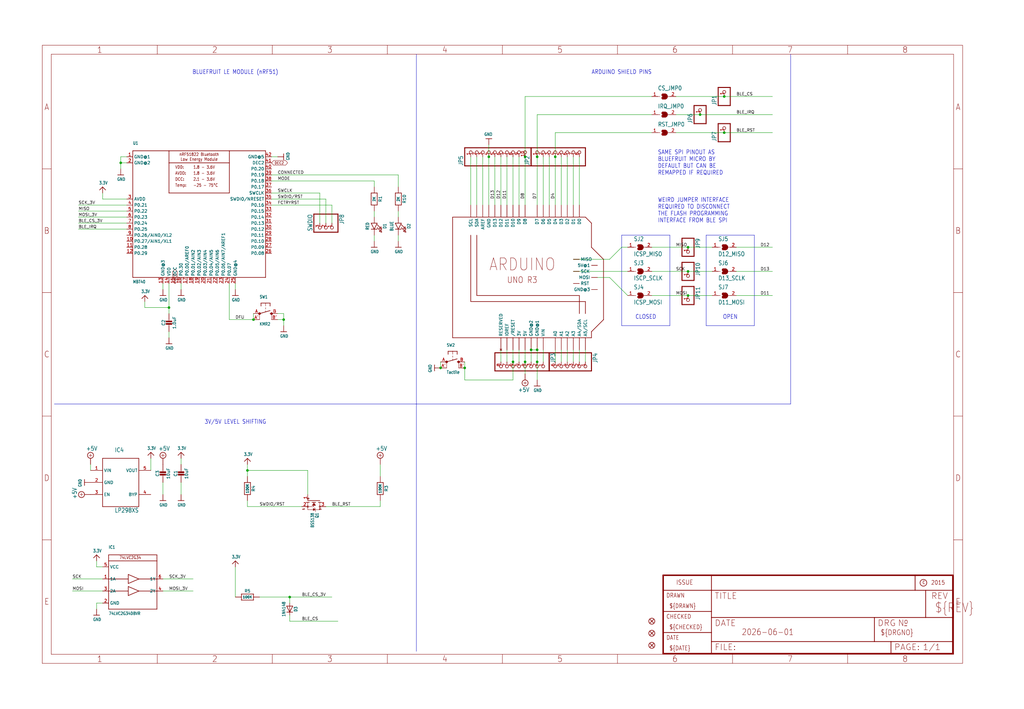
<source format=kicad_sch>
(kicad_sch (version 20230121) (generator eeschema)
  (paper "User" 430.962 298.602)
  (lib_symbols
    (symbol "working-eagle-import:+5V" (power)
      (property "Value" "+5V" (at -1.905 3.175 0))
      (symbol "+5V_1_0"
        (pin power_in line (at 0 -2.54 90) (length 2.54) (name "+5V") (number "1"))
      )
    )
    (symbol "working-eagle-import:3.3V" (power)
      (property "Value" "3.3V" (at -1.524 1.016 0))
      (symbol "3.3V_1_0"
        (pin power_in line (at 0 -2.54 90) (length 2.54) (name "3.3V") (number "1"))
      )
    )
    (symbol "working-eagle-import:74LVC2G34DBVR"
      (property "Reference" "IC" (at -7.62 15.24 0))
      (symbol "74LVC2G34DBVR_1_0"
        (text "74LVC2G34" (at -3.175 10.795 0) (effects (font (size 1.27 1.0795)) (justify left bottom)))
        (pin input line (at -10.16 2.54 0) (length 2.54) (name "1A") (number "1"))
        (pin power_in line (at -10.16 -7.62 0) (length 2.54) (name "GND") (number "2"))
        (pin input line (at -10.16 -2.54 0) (length 2.54) (name "2A") (number "3"))
        (pin output line (at 15.24 -2.54 180) (length 2.54) (name "2Y") (number "4"))
        (pin power_in line (at -10.16 7.62 0) (length 2.54) (name "VCC") (number "5"))
        (pin output line (at 15.24 2.54 180) (length 2.54) (name "1Y") (number "6"))
      )
    )
    (symbol "working-eagle-import:ARDUINO_R3_ICSP_NODIM"
      (symbol "ARDUINO_R3_ICSP_NODIM_1_0"
        (text "ARDUINO" (at 15.24 27.94 0) (effects (font (size 5.08 4.318)) (justify left bottom)))
        (text "UNO R3" (at 22.86 22.86 0) (effects (font (size 2.54 2.159)) (justify left bottom)))
        (pin power_in line (at 27.94 -5.08 90) (length 5.08) (name "3V") (number "3V"))
        (pin power_in line (at 30.48 -5.08 90) (length 5.08) (name "5V") (number "5V"))
        (pin passive line (at 60.96 30.48 180) (length 2.54) (name "5V@1") (number "5V_ICSP"))
        (pin bidirectional line (at 43.18 -5.08 90) (length 5.08) (name "A0") (number "A0"))
        (pin bidirectional line (at 45.72 -5.08 90) (length 5.08) (name "A1") (number "A1"))
        (pin bidirectional line (at 48.26 -5.08 90) (length 5.08) (name "A2") (number "A2"))
        (pin bidirectional line (at 50.8 -5.08 90) (length 5.08) (name "A3") (number "A3"))
        (pin bidirectional line (at 53.34 -5.08 90) (length 5.08) (name "A4/SDA") (number "A4"))
        (pin bidirectional line (at 55.88 -5.08 90) (length 5.08) (name "A5/SCL") (number "A5"))
        (pin bidirectional line (at 12.7 55.88 270) (length 5.08) (name "AREF") (number "AREF"))
        (pin bidirectional line (at 53.34 55.88 270) (length 5.08) (name "D0") (number "D0"))
        (pin bidirectional line (at 50.8 55.88 270) (length 5.08) (name "D1") (number "D1"))
        (pin bidirectional line (at 25.4 55.88 270) (length 5.08) (name "D10") (number "D10"))
        (pin bidirectional line (at 22.86 55.88 270) (length 5.08) (name "D11") (number "D11"))
        (pin bidirectional line (at 20.32 55.88 270) (length 5.08) (name "D12") (number "D12"))
        (pin bidirectional line (at 17.78 55.88 270) (length 5.08) (name "D13") (number "D13"))
        (pin bidirectional line (at 48.26 55.88 270) (length 5.08) (name "D2") (number "D2"))
        (pin bidirectional line (at 45.72 55.88 270) (length 5.08) (name "D3") (number "D3"))
        (pin bidirectional line (at 43.18 55.88 270) (length 5.08) (name "D4") (number "D4"))
        (pin bidirectional line (at 40.64 55.88 270) (length 5.08) (name "D5") (number "D5"))
        (pin bidirectional line (at 38.1 55.88 270) (length 5.08) (name "D6") (number "D6"))
        (pin bidirectional line (at 35.56 55.88 270) (length 5.08) (name "D7") (number "D7"))
        (pin bidirectional line (at 30.48 55.88 270) (length 5.08) (name "D8") (number "D8"))
        (pin bidirectional line (at 27.94 55.88 270) (length 5.08) (name "D9") (number "D9"))
        (pin power_in line (at 15.24 55.88 270) (length 5.08) (name "GND") (number "GND"))
        (pin power_in line (at 33.02 -5.08 90) (length 5.08) (name "GND@2") (number "GND@1"))
        (pin passive line (at 60.96 20.32 180) (length 2.54) (name "GND@3") (number "GND@2"))
        (pin power_in line (at 35.56 -5.08 90) (length 5.08) (name "GND@1") (number "GND@3"))
        (pin output line (at 22.86 -5.08 90) (length 5.08) (name "IOREF") (number "IOREF"))
        (pin passive line (at 50.8 33.02 0) (length 2.54) (name "MISO") (number "MISO"))
        (pin passive line (at 60.96 25.4 180) (length 2.54) (name "MOSI") (number "MOSI"))
        (pin no_connect line (at 20.32 -5.08 90) (length 5.08) (name "RESERVED") (number "RESERVED"))
        (pin bidirectional line (at 25.4 -5.08 90) (length 5.08) (name "/RESET") (number "RESET"))
        (pin passive line (at 50.8 22.86 0) (length 2.54) (name "RST") (number "RESET_ICSP"))
        (pin passive line (at 50.8 27.94 0) (length 2.54) (name "SCK") (number "SCK"))
        (pin bidirectional line (at 7.62 55.88 270) (length 5.08) (name "SCL") (number "SCL"))
        (pin bidirectional line (at 10.16 55.88 270) (length 5.08) (name "SDA") (number "SDA"))
        (pin power_in line (at 38.1 -5.08 90) (length 5.08) (name "VIN") (number "VIN"))
      )
    )
    (symbol "working-eagle-import:CAP_CERAMIC0805-NOOUTLINE"
      (property "Reference" "C" (at -2.29 1.25 90))
      (symbol "CAP_CERAMIC0805-NOOUTLINE_1_0"
        (pin passive line (at 0 5.08 270) (length 2.54) (name "1") (number "1"))
        (pin passive line (at 0 -2.54 90) (length 2.54) (name "2") (number "2"))
      )
    )
    (symbol "working-eagle-import:DIODESOD-323"
      (property "Reference" "D" (at 0 2.54 0))
      (symbol "DIODESOD-323_1_0"
        (pin passive line (at -2.54 0 0) (length 2.54) (name "A") (number "A"))
        (pin passive line (at 2.54 0 180) (length 2.54) (name "C") (number "C"))
      )
    )
    (symbol "working-eagle-import:FIDUCIAL{dblquote}{dblquote}")
    (symbol "working-eagle-import:FRAME_A3"
      (symbol "FRAME_A3_1_0"
        (text "1" (at 24.2094 1.905 0) (effects (font (size 2.54 2.286))))
        (text "1" (at 24.2094 258.445 0) (effects (font (size 2.54 2.286))))
        (text "2" (at 72.6281 1.905 0) (effects (font (size 2.54 2.286))))
        (text "2" (at 72.6281 258.445 0) (effects (font (size 2.54 2.286))))
        (text "3" (at 121.0469 1.905 0) (effects (font (size 2.54 2.286))))
        (text "3" (at 121.0469 258.445 0) (effects (font (size 2.54 2.286))))
        (text "4" (at 169.4656 1.905 0) (effects (font (size 2.54 2.286))))
        (text "4" (at 169.4656 258.445 0) (effects (font (size 2.54 2.286))))
        (text "5" (at 217.8844 1.905 0) (effects (font (size 2.54 2.286))))
        (text "5" (at 217.8844 258.445 0) (effects (font (size 2.54 2.286))))
        (text "6" (at 266.3031 1.905 0) (effects (font (size 2.54 2.286))))
        (text "6" (at 266.3031 258.445 0) (effects (font (size 2.54 2.286))))
        (text "7" (at 314.7219 1.905 0) (effects (font (size 2.54 2.286))))
        (text "7" (at 314.7219 258.445 0) (effects (font (size 2.54 2.286))))
        (text "8" (at 363.1406 1.905 0) (effects (font (size 2.54 2.286))))
        (text "8" (at 363.1406 258.445 0) (effects (font (size 2.54 2.286))))
        (text "A" (at 1.905 234.315 0) (effects (font (size 2.54 2.286))))
        (text "A" (at 385.445 234.315 0) (effects (font (size 2.54 2.286))))
        (text "B" (at 1.905 182.245 0) (effects (font (size 2.54 2.286))))
        (text "B" (at 385.445 182.245 0) (effects (font (size 2.54 2.286))))
        (text "C" (at 1.905 130.175 0) (effects (font (size 2.54 2.286))))
        (text "C" (at 385.445 130.175 0) (effects (font (size 2.54 2.286))))
        (text "D" (at 1.905 78.105 0) (effects (font (size 2.54 2.286))))
        (text "D" (at 385.445 78.105 0) (effects (font (size 2.54 2.286))))
        (text "E" (at 1.905 26.035 0) (effects (font (size 2.54 2.286))))
        (text "E" (at 385.445 26.035 0) (effects (font (size 2.54 2.286))))
      )
      (symbol "FRAME_A3_2_0"
        (text "PART OR WHOLE IS STRICTLY PROHIBITED WITHOUT WRITTEN PERMISSION!" (at 3.81 -5.08 0) (effects (font (size 1.27 1.0795)) (justify left bottom)))
        (text "PROPRIETARY" (at 3.81 -10.16 0) (effects (font (size 2.54 2.159) (thickness 0.4318) bold) (justify left bottom)))
        (text "THIS DRAWING CONTAINS CONFIDENTIAL INFORMATION. ANY REPRODUCTION IN" (at 3.81 -2.794 0) (effects (font (size 1.27 1.0795)) (justify left bottom)))
      )
      (symbol "FRAME_A3_3_0"
        (text "${#}/${##}" (at 108.9152 2.8448 0) (effects (font (size 2.54 2.54)) (justify left bottom)))
        (text "${CHECKED}" (at 2.2352 11.7348 0) (effects (font (size 1.778 1.5113)) (justify left bottom)))
        (text "${COMPANY}" (at 23.349 29.6735 0) (effects (font (size 3.175 2.6987) (thickness 0.5397) bold) (justify left bottom)))
        (text "${CURRENT_DATE}" (at 32.7152 9.1948 0) (effects (font (size 2.54 2.159)) (justify left bottom)))
        (text "${DATE}" (at 2.2352 2.8448 0) (effects (font (size 1.778 1.5113)) (justify left bottom)))
        (text "${DRAWN}" (at 2.2352 20.6248 0) (effects (font (size 1.778 1.5113)) (justify left bottom)))
        (text "${DRGNO}" (at 91.1352 9.1948 0) (effects (font (size 2.1844 1.8567)) (justify left bottom)))
        (text "${PROJECTNAME}" (at 33.0327 2.8448 0) (effects (font (size 2.54 2.159)) (justify left bottom)))
        (text "${REV}" (at 113.9952 18.7198 0) (effects (font (size 3.81 3.2385)) (justify left bottom)))
        (text "2015" (at 112.4077 30.4673 0) (effects (font (size 1.778 1.5113)) (justify left bottom)))
        (text "C" (at 108.7564 30.7848 0) (effects (font (size 1.27 1.0795)) (justify left bottom)))
        (text "CHECKED" (at 0.9652 16.1798 0) (effects (font (size 1.778 1.5113)) (justify left bottom)))
        (text "DATE" (at 0.9652 7.2898 0) (effects (font (size 1.778 1.5113)) (justify left bottom)))
        (text "DATE" (at 21.2852 13.0048 0) (effects (font (size 2.54 2.54)) (justify left bottom)))
        (text "DRAWN" (at 0.9652 25.0698 0) (effects (font (size 1.778 1.5113)) (justify left bottom)))
        (text "DRG" (at 89.8652 13.0048 0) (effects (font (size 2.54 2.54)) (justify left bottom)))
        (text "FILE:" (at 21.2852 2.8448 0) (effects (font (size 2.54 2.54)) (justify left bottom)))
        (text "ISSUE" (at 5.0927 30.4673 0) (effects (font (size 1.9304 1.6408)) (justify left bottom)))
        (text "N" (at 98.4377 13.0048 0) (effects (font (size 2.54 2.54)) (justify left bottom)))
        (text "o" (at 100.9777 13.9573 0) (effects (font (size 2.1844 1.8567)) (justify left bottom)))
        (text "PAGE:" (at 96.8502 2.8448 0) (effects (font (size 2.54 2.54)) (justify left bottom)))
        (text "REV" (at 112.4077 24.4348 0) (effects (font (size 2.54 2.54)) (justify left bottom)))
        (text "TITLE" (at 21.2852 24.4348 0) (effects (font (size 2.54 2.54)) (justify left bottom)))
      )
    )
    (symbol "working-eagle-import:GND" (power)
      (property "Value" "GND" (at -1.524 -2.54 0))
      (symbol "GND_1_0"
        (pin power_in line (at 0 2.54 270) (length 2.54) (name "GND") (number "1"))
      )
    )
    (symbol "working-eagle-import:HEADER-1X1070MIL"
      (property "Reference" "JP" (at -6.35 13.335 0))
      (symbol "HEADER-1X1070MIL_1_0"
        (pin passive inverted (at -2.54 10.16 0) (length 2.54) (name "1") (number "1"))
        (pin passive inverted (at -2.54 -12.7 0) (length 2.54) (name "10") (number "10"))
        (pin passive inverted (at -2.54 7.62 0) (length 2.54) (name "2") (number "2"))
        (pin passive inverted (at -2.54 5.08 0) (length 2.54) (name "3") (number "3"))
        (pin passive inverted (at -2.54 2.54 0) (length 2.54) (name "4") (number "4"))
        (pin passive inverted (at -2.54 0 0) (length 2.54) (name "5") (number "5"))
        (pin passive inverted (at -2.54 -2.54 0) (length 2.54) (name "6") (number "6"))
        (pin passive inverted (at -2.54 -5.08 0) (length 2.54) (name "7") (number "7"))
        (pin passive inverted (at -2.54 -7.62 0) (length 2.54) (name "8") (number "8"))
        (pin passive inverted (at -2.54 -10.16 0) (length 2.54) (name "9") (number "9"))
      )
    )
    (symbol "working-eagle-import:HEADER-1X1ROUND"
      (property "Reference" "JP" (at -6.35 3.175 0))
      (symbol "HEADER-1X1ROUND_1_0"
        (pin passive inverted (at -2.54 0 0) (length 2.54) (name "1") (number "1"))
      )
    )
    (symbol "working-eagle-import:HEADER-1X376MIL"
      (property "Reference" "JP" (at -6.35 5.715 0))
      (symbol "HEADER-1X376MIL_1_0"
        (pin passive inverted (at -2.54 2.54 0) (length 2.54) (name "1") (number "1"))
        (pin passive inverted (at -2.54 0 0) (length 2.54) (name "2") (number "2"))
        (pin passive inverted (at -2.54 -2.54 0) (length 2.54) (name "3") (number "3"))
      )
    )
    (symbol "working-eagle-import:HEADER-1X670MIL"
      (property "Reference" "JP" (at -6.35 10.795 0))
      (symbol "HEADER-1X670MIL_1_0"
        (pin passive inverted (at -2.54 7.62 0) (length 2.54) (name "1") (number "1"))
        (pin passive inverted (at -2.54 5.08 0) (length 2.54) (name "2") (number "2"))
        (pin passive inverted (at -2.54 2.54 0) (length 2.54) (name "3") (number "3"))
        (pin passive inverted (at -2.54 0 0) (length 2.54) (name "4") (number "4"))
        (pin passive inverted (at -2.54 -2.54 0) (length 2.54) (name "5") (number "5"))
        (pin passive inverted (at -2.54 -5.08 0) (length 2.54) (name "6") (number "6"))
      )
    )
    (symbol "working-eagle-import:HEADER-1X870MIL"
      (property "Reference" "JP" (at -6.35 13.335 0))
      (symbol "HEADER-1X870MIL_1_0"
        (pin passive inverted (at -2.54 10.16 0) (length 2.54) (name "1") (number "1"))
        (pin passive inverted (at -2.54 7.62 0) (length 2.54) (name "2") (number "2"))
        (pin passive inverted (at -2.54 5.08 0) (length 2.54) (name "3") (number "3"))
        (pin passive inverted (at -2.54 2.54 0) (length 2.54) (name "4") (number "4"))
        (pin passive inverted (at -2.54 0 0) (length 2.54) (name "5") (number "5"))
        (pin passive inverted (at -2.54 -2.54 0) (length 2.54) (name "6") (number "6"))
        (pin passive inverted (at -2.54 -5.08 0) (length 2.54) (name "7") (number "7"))
        (pin passive inverted (at -2.54 -7.62 0) (length 2.54) (name "8") (number "8"))
      )
    )
    (symbol "working-eagle-import:LED0805_NOOUTLINE"
      (property "Reference" "D" (at -1.27 4.445 0))
      (symbol "LED0805_NOOUTLINE_1_0"
        (pin passive line (at -5.08 0 0) (length 2.54) (name "A") (number "A"))
        (pin passive line (at 2.54 0 180) (length 2.54) (name "C") (number "C"))
      )
    )
    (symbol "working-eagle-import:LP298XS"
      (property "Reference" "IC" (at -12.7 -5.08 90))
      (symbol "LP298XS_1_0"
        (pin bidirectional line (at -5.08 -15.24 90) (length 5.08) (name "VIN") (number "1"))
        (pin bidirectional line (at 0 -15.24 90) (length 5.08) (name "GND") (number "2"))
        (pin bidirectional line (at 5.08 -15.24 90) (length 5.08) (name "EN") (number "3"))
        (pin bidirectional line (at 5.08 10.16 270) (length 5.08) (name "BYP") (number "4"))
        (pin bidirectional line (at -5.08 10.16 270) (length 5.08) (name "VOUT") (number "5"))
      )
    )
    (symbol "working-eagle-import:MOSFET-NWIDE"
      (property "Reference" "Q" (at 5.08 0.635 0))
      (symbol "MOSFET-NWIDE_1_0"
        (text "D" (at 3.175 3.175 0) (effects (font (size 0.8128 0.6908)) (justify left bottom)))
        (text "G" (at -1.27 -1.905 0) (effects (font (size 0.8128 0.6908)) (justify left bottom)))
        (text "S" (at 3.175 -3.81 0) (effects (font (size 0.8128 0.6908)) (justify left bottom)))
        (pin bidirectional line (at -2.54 -2.54 0) (length 2.54) (name "G") (number "1"))
        (pin bidirectional line (at 2.54 -5.08 90) (length 2.54) (name "S") (number "2"))
        (pin bidirectional line (at 2.54 5.08 270) (length 2.54) (name "D") (number "3"))
      )
    )
    (symbol "working-eagle-import:NRF51822_MODULE_MDBT40"
      (property "Reference" "U" (at -27.94 27.94 0))
      (symbol "NRF51822_MODULE_MDBT40_1_0"
        (text "-25 - 75°C" (at -2.54 10.16 0) (effects (font (size 1.27 1.0795)) (justify left bottom)))
        (text "1.8 - 3.6V" (at -2.54 15.24 0) (effects (font (size 1.27 1.0795)) (justify left bottom)))
        (text "1.8 - 3.6V" (at -2.54 17.78 0) (effects (font (size 1.27 1.0795)) (justify left bottom)))
        (text "2.1 - 3.6V" (at -2.54 12.7 0) (effects (font (size 1.27 1.0795)) (justify left bottom)))
        (text "AVDD:" (at -10.16 15.24 0) (effects (font (size 1.27 1.0795)) (justify left bottom)))
        (text "DCC:" (at -10.16 12.7 0) (effects (font (size 1.27 1.0795)) (justify left bottom)))
        (text "nRF51822 Bluetooth\nLow Energy Module" (at 0 22.86 0) (effects (font (size 1.27 1.0795))))
        (text "Temp:" (at -10.16 10.16 0) (effects (font (size 1.27 1.0795)) (justify left bottom)))
        (text "VDD:" (at -10.16 17.78 0) (effects (font (size 1.27 1.0795)) (justify left bottom)))
        (pin power_in line (at -30.48 22.86 0) (length 2.54) (name "GND@1") (number "1"))
        (pin bidirectional line (at -30.48 -12.7 0) (length 2.54) (name "P0.27/AIN1/XL1") (number "10"))
        (pin bidirectional line (at -30.48 -15.24 0) (length 2.54) (name "P0.28") (number "11"))
        (pin bidirectional line (at -30.48 -17.78 0) (length 2.54) (name "P0.29") (number "12"))
        (pin power_in line (at -15.24 -30.48 90) (length 2.54) (name "GND@3") (number "13"))
        (pin power_in line (at -12.7 -30.48 90) (length 2.54) (name "VDD") (number "14"))
        (pin power_in line (at -10.16 -30.48 90) (length 2.54) (name "DCC") (number "15"))
        (pin bidirectional line (at -7.62 -30.48 90) (length 2.54) (name "P0.30") (number "16"))
        (pin bidirectional line (at -5.08 -30.48 90) (length 2.54) (name "P0.00/AREF0") (number "17"))
        (pin bidirectional line (at -2.54 -30.48 90) (length 2.54) (name "P0.01/AIN2") (number "18"))
        (pin bidirectional line (at 0 -30.48 90) (length 2.54) (name "P0.02/AIN3") (number "19"))
        (pin power_in line (at -30.48 20.32 0) (length 2.54) (name "GND@2") (number "2"))
        (pin bidirectional line (at 2.54 -30.48 90) (length 2.54) (name "P0.03/AIN4") (number "20"))
        (pin bidirectional line (at 5.08 -30.48 90) (length 2.54) (name "P0.04/AIN5") (number "21"))
        (pin bidirectional line (at 7.62 -30.48 90) (length 2.54) (name "P0.05/AIN6") (number "22"))
        (pin bidirectional line (at 10.16 -30.48 90) (length 2.54) (name "P0.06/AIN7/AREF1") (number "23"))
        (pin bidirectional line (at 12.7 -30.48 90) (length 2.54) (name "P0.07") (number "24"))
        (pin power_in line (at 15.24 -30.48 90) (length 2.54) (name "GND@4") (number "25"))
        (pin bidirectional line (at 30.48 -17.78 180) (length 2.54) (name "P0.08") (number "26"))
        (pin bidirectional line (at 30.48 -15.24 180) (length 2.54) (name "P0.09") (number "27"))
        (pin bidirectional line (at 30.48 -12.7 180) (length 2.54) (name "P0.10") (number "28"))
        (pin bidirectional line (at 30.48 -10.16 180) (length 2.54) (name "P0.11") (number "29"))
        (pin power_in line (at -30.48 5.08 0) (length 2.54) (name "AVDD") (number "3"))
        (pin bidirectional line (at 30.48 -7.62 180) (length 2.54) (name "P0.12") (number "30"))
        (pin bidirectional line (at 30.48 -5.08 180) (length 2.54) (name "P0.13") (number "31"))
        (pin bidirectional line (at 30.48 -2.54 180) (length 2.54) (name "P0.14") (number "32"))
        (pin bidirectional line (at 30.48 0 180) (length 2.54) (name "P0.15") (number "33"))
        (pin bidirectional line (at 30.48 2.54 180) (length 2.54) (name "P0.16") (number "34"))
        (pin bidirectional line (at 30.48 5.08 180) (length 2.54) (name "SWDIO/NRESET") (number "35"))
        (pin bidirectional line (at 30.48 7.62 180) (length 2.54) (name "SWCLK") (number "36"))
        (pin bidirectional line (at 30.48 10.16 180) (length 2.54) (name "P0.17") (number "37"))
        (pin bidirectional line (at 30.48 12.7 180) (length 2.54) (name "P0.18") (number "38"))
        (pin bidirectional line (at 30.48 15.24 180) (length 2.54) (name "P0.19") (number "39"))
        (pin bidirectional line (at -30.48 2.54 0) (length 2.54) (name "P0.21") (number "4"))
        (pin bidirectional line (at 30.48 17.78 180) (length 2.54) (name "P0.20") (number "40"))
        (pin power_in line (at 30.48 20.32 180) (length 2.54) (name "DEC2") (number "41"))
        (pin power_in line (at 30.48 22.86 180) (length 2.54) (name "GND@5") (number "42"))
        (pin bidirectional line (at -30.48 0 0) (length 2.54) (name "P0.22") (number "5"))
        (pin bidirectional line (at -30.48 -2.54 0) (length 2.54) (name "P0.23") (number "6"))
        (pin bidirectional line (at -30.48 -5.08 0) (length 2.54) (name "P0.24") (number "7"))
        (pin bidirectional line (at -30.48 -7.62 0) (length 2.54) (name "P0.25") (number "8"))
        (pin bidirectional line (at -30.48 -10.16 0) (length 2.54) (name "P0.26/AIN0/XL2") (number "9"))
      )
    )
    (symbol "working-eagle-import:RESISTOR0805_NOOUTLINE"
      (property "Reference" "R" (at 0 2.54 0))
      (symbol "RESISTOR0805_NOOUTLINE_1_0"
        (pin passive line (at -5.08 0 0) (length 2.54) (name "1") (number "1"))
        (pin passive line (at 5.08 0 180) (length 2.54) (name "2") (number "2"))
      )
    )
    (symbol "working-eagle-import:SOLDERJUMPERCLOSED"
      (property "Reference" "SJ" (at -2.54 2.54 0))
      (symbol "SOLDERJUMPERCLOSED_1_0"
        (pin passive line (at -5.08 0 0) (length 2.54) (name "1") (number "1"))
        (pin passive line (at 5.08 0 180) (length 2.54) (name "2") (number "2"))
      )
    )
    (symbol "working-eagle-import:SOLDERJUMPERREFLOW_NOPASTE"
      (property "Reference" "SJ" (at -2.54 2.54 0))
      (symbol "SOLDERJUMPERREFLOW_NOPASTE_1_0"
        (pin passive line (at -5.08 0 0) (length 2.54) (name "1") (number "1"))
        (pin passive line (at 5.08 0 180) (length 2.54) (name "2") (number "2"))
      )
    )
    (symbol "working-eagle-import:SWITCH_TACT_SMT"
      (property "Reference" "SW" (at -2.54 6.35 0))
      (symbol "SWITCH_TACT_SMT_1_0"
        (pin passive line (at -5.08 0 0) (length 2.54) (name "P") (number "A"))
        (pin passive line (at -5.08 -2.54 0) (length 2.54) (name "P1") (number "A'"))
        (pin passive line (at 5.08 0 180) (length 2.54) (name "S") (number "B"))
        (pin passive line (at 5.08 -2.54 180) (length 2.54) (name "S1") (number "B'"))
      )
    )
    (symbol "working-eagle-import:SWITCH_TACT_SMT4.6X2.8"
      (property "Reference" "SW" (at -2.54 6.35 0))
      (symbol "SWITCH_TACT_SMT4.6X2.8_1_0"
        (pin passive line (at -5.08 0 0) (length 2.54) (name "P") (number "A"))
        (pin passive line (at -5.08 -2.54 0) (length 2.54) (name "P1") (number "A'"))
        (pin passive line (at 5.08 0 180) (length 2.54) (name "S") (number "B"))
        (pin passive line (at 5.08 -2.54 180) (length 2.54) (name "S1") (number "B'"))
      )
    )
  )
  (junction (at 226.06 147.32))
  (junction (at 119.38 134.62))
  (junction (at 71.12 129.54))
  (junction (at 223.52 147.32))
  (junction (at 121.92 251.46))
  (junction (at 304.8 55.88))
  (junction (at 104.14 198.12))
  (junction (at 185.42 154.94))
  (junction (at 50.8 68.58))
  (junction (at 220.98 66.04))
  (junction (at 215.9 152.4))
  (junction (at 304.8 40.64))
  (junction (at 233.68 66.04))
  (junction (at 289.56 104.14))
  (junction (at 289.56 114.3))
  (junction (at 294.64 48.26))
  (junction (at 226.06 66.04))
  (junction (at 289.56 124.46))
  (junction (at 226.06 152.4))
  (junction (at 205.74 66.04))
  (junction (at 106.68 134.62))
  (junction (at 195.58 154.94))
  (junction (at 220.98 152.4))
  (wire (pts (xy 60.96 129.54) (xy 60.96 127)) (stroke (width 0.1524)))
  (polyline (pts (xy 332.74 170.18) (xy 332.74 22.86)) (stroke (width 0.1524) (type solid)))
  (wire (pts (xy 218.44 152.4) (xy 218.44 147.32)) (stroke (width 0.1524)))
  (wire (pts (xy 274.32 48.26) (xy 226.06 48.26)) (stroke (width 0.1524)))
  (wire (pts (xy 114.3 73.66) (xy 167.64 73.66)) (stroke (width 0.1524)))
  (wire (pts (xy 238.76 152.4) (xy 238.76 147.32)) (stroke (width 0.1524)))
  (polyline (pts (xy 175.26 170.18) (xy 332.74 170.18)) (stroke (width 0.1524) (type solid)))
  (wire (pts (xy 38.1 195.58) (xy 38.1 198.12)) (stroke (width 0.1524)))
  (wire (pts (xy 195.58 154.94) (xy 195.58 152.4)) (stroke (width 0.1524)))
  (polyline (pts (xy 317.5 137.16) (xy 317.5 99.06)) (stroke (width 0.1524) (type solid)))
  (wire (pts (xy 53.34 68.58) (xy 50.8 68.58)) (stroke (width 0.1524)))
  (wire (pts (xy 160.02 213.36) (xy 160.02 210.82)) (stroke (width 0.1524)))
  (wire (pts (xy 223.52 152.4) (xy 223.52 147.32)) (stroke (width 0.1524)))
  (polyline (pts (xy 281.94 99.06) (xy 281.94 137.16)) (stroke (width 0.1524) (type solid)))
  (wire (pts (xy 121.92 251.46) (xy 121.92 254)) (stroke (width 0.1524)))
  (wire (pts (xy 119.38 134.62) (xy 119.38 137.16)) (stroke (width 0.1524)))
  (wire (pts (xy 121.92 261.62) (xy 121.92 259.08)) (stroke (width 0.1524)))
  (wire (pts (xy 208.28 86.36) (xy 208.28 66.04)) (stroke (width 0.1524)))
  (wire (pts (xy 104.14 198.12) (xy 104.14 195.58)) (stroke (width 0.1524)))
  (wire (pts (xy 218.44 66.04) (xy 218.44 86.36)) (stroke (width 0.1524)))
  (wire (pts (xy 243.84 152.4) (xy 243.84 147.32)) (stroke (width 0.1524)))
  (wire (pts (xy 241.3 109.22) (xy 256.54 109.22)) (stroke (width 0.1524)))
  (wire (pts (xy 76.2 203.2) (xy 76.2 208.28)) (stroke (width 0.1524)))
  (wire (pts (xy 233.68 55.88) (xy 233.68 66.04)) (stroke (width 0.1524)))
  (wire (pts (xy 40.64 254) (xy 40.64 256.54)) (stroke (width 0.1524)))
  (wire (pts (xy 205.74 60.96) (xy 205.74 66.04)) (stroke (width 0.1524)))
  (wire (pts (xy 121.92 261.62) (xy 142.24 261.62)) (stroke (width 0.1524)))
  (polyline (pts (xy 317.5 99.06) (xy 297.18 99.06)) (stroke (width 0.1524) (type solid)))
  (wire (pts (xy 71.12 119.38) (xy 71.12 129.54)) (stroke (width 0.1524)))
  (wire (pts (xy 236.22 152.4) (xy 236.22 147.32)) (stroke (width 0.1524)))
  (wire (pts (xy 304.8 55.88) (xy 284.48 55.88)) (stroke (width 0.1524)))
  (wire (pts (xy 167.64 73.66) (xy 167.64 78.74)) (stroke (width 0.1524)))
  (wire (pts (xy 256.54 109.22) (xy 261.62 104.14)) (stroke (width 0.1524)))
  (wire (pts (xy 68.58 119.38) (xy 68.58 121.92)) (stroke (width 0.1524)))
  (wire (pts (xy 116.84 132.08) (xy 119.38 132.08)) (stroke (width 0.1524)))
  (wire (pts (xy 160.02 213.36) (xy 137.16 213.36)) (stroke (width 0.1524)))
  (wire (pts (xy 104.14 210.82) (xy 104.14 213.36)) (stroke (width 0.1524)))
  (wire (pts (xy 40.64 238.76) (xy 40.64 236.22)) (stroke (width 0.1524)))
  (wire (pts (xy 114.3 86.36) (xy 139.7 86.36)) (stroke (width 0.1524)))
  (wire (pts (xy 96.52 119.38) (xy 96.52 134.62)) (stroke (width 0.1524)))
  (wire (pts (xy 210.82 152.4) (xy 210.82 147.32)) (stroke (width 0.1524)))
  (wire (pts (xy 289.56 124.46) (xy 299.72 124.46)) (stroke (width 0.1524)))
  (wire (pts (xy 106.68 132.08) (xy 106.68 134.62)) (stroke (width 0.1524)))
  (wire (pts (xy 226.06 48.26) (xy 226.06 66.04)) (stroke (width 0.1524)))
  (wire (pts (xy 241.3 152.4) (xy 241.3 147.32)) (stroke (width 0.1524)))
  (polyline (pts (xy 261.62 137.16) (xy 261.62 99.06)) (stroke (width 0.1524) (type solid)))
  (wire (pts (xy 114.3 81.28) (xy 134.62 81.28)) (stroke (width 0.1524)))
  (wire (pts (xy 157.48 88.9) (xy 157.48 91.44)) (stroke (width 0.1524)))
  (wire (pts (xy 200.66 66.04) (xy 200.66 86.36)) (stroke (width 0.1524)))
  (wire (pts (xy 33.02 91.44) (xy 53.34 91.44)) (stroke (width 0.1524)))
  (wire (pts (xy 71.12 139.7) (xy 71.12 142.24)) (stroke (width 0.1524)))
  (wire (pts (xy 220.98 152.4) (xy 220.98 147.32)) (stroke (width 0.1524)))
  (wire (pts (xy 220.98 157.48) (xy 220.98 152.4)) (stroke (width 0.1524)))
  (polyline (pts (xy 297.18 137.16) (xy 317.5 137.16)) (stroke (width 0.1524) (type solid)))
  (wire (pts (xy 294.64 48.26) (xy 284.48 48.26)) (stroke (width 0.1524)))
  (wire (pts (xy 119.38 132.08) (xy 119.38 134.62)) (stroke (width 0.1524)))
  (wire (pts (xy 220.98 40.64) (xy 220.98 66.04)) (stroke (width 0.1524)))
  (wire (pts (xy 50.8 68.58) (xy 50.8 71.12)) (stroke (width 0.1524)))
  (wire (pts (xy 76.2 193.04) (xy 76.2 195.58)) (stroke (width 0.1524)))
  (wire (pts (xy 274.32 40.64) (xy 220.98 40.64)) (stroke (width 0.1524)))
  (wire (pts (xy 30.48 243.84) (xy 43.18 243.84)) (stroke (width 0.1524)))
  (wire (pts (xy 213.36 86.36) (xy 213.36 66.04)) (stroke (width 0.1524)))
  (wire (pts (xy 213.36 152.4) (xy 213.36 147.32)) (stroke (width 0.1524)))
  (wire (pts (xy 226.06 86.36) (xy 226.06 66.04)) (stroke (width 0.1524)))
  (polyline (pts (xy 22.86 170.18) (xy 175.26 170.18)) (stroke (width 0.1524) (type solid)))
  (wire (pts (xy 134.62 93.98) (xy 134.62 81.28)) (stroke (width 0.1524)))
  (wire (pts (xy 99.06 238.76) (xy 99.06 251.46)) (stroke (width 0.1524)))
  (wire (pts (xy 53.34 83.82) (xy 43.18 83.82)) (stroke (width 0.1524)))
  (wire (pts (xy 76.2 119.38) (xy 76.2 121.92)) (stroke (width 0.1524)))
  (wire (pts (xy 233.68 86.36) (xy 233.68 66.04)) (stroke (width 0.1524)))
  (wire (pts (xy 195.58 160.02) (xy 215.9 160.02)) (stroke (width 0.1524)))
  (wire (pts (xy 71.12 129.54) (xy 71.12 132.08)) (stroke (width 0.1524)))
  (wire (pts (xy 63.5 193.04) (xy 63.5 198.12)) (stroke (width 0.1524)))
  (polyline (pts (xy 175.26 274.32) (xy 175.26 170.18)) (stroke (width 0.1524) (type solid)))
  (wire (pts (xy 261.62 104.14) (xy 264.16 104.14)) (stroke (width 0.1524)))
  (wire (pts (xy 228.6 66.04) (xy 228.6 86.36)) (stroke (width 0.1524)))
  (wire (pts (xy 109.22 251.46) (xy 121.92 251.46)) (stroke (width 0.1524)))
  (wire (pts (xy 185.42 152.4) (xy 185.42 154.94)) (stroke (width 0.1524)))
  (wire (pts (xy 137.16 93.98) (xy 137.16 83.82)) (stroke (width 0.1524)))
  (wire (pts (xy 139.7 93.98) (xy 139.7 86.36)) (stroke (width 0.1524)))
  (wire (pts (xy 43.18 254) (xy 40.64 254)) (stroke (width 0.1524)))
  (wire (pts (xy 233.68 152.4) (xy 233.68 147.32)) (stroke (width 0.1524)))
  (wire (pts (xy 274.32 104.14) (xy 289.56 104.14)) (stroke (width 0.1524)))
  (wire (pts (xy 104.14 213.36) (xy 127 213.36)) (stroke (width 0.1524)))
  (wire (pts (xy 223.52 147.32) (xy 226.06 147.32)) (stroke (width 0.1524)))
  (wire (pts (xy 274.32 55.88) (xy 233.68 55.88)) (stroke (width 0.1524)))
  (wire (pts (xy 210.82 66.04) (xy 210.82 86.36)) (stroke (width 0.1524)))
  (wire (pts (xy 50.8 66.04) (xy 50.8 68.58)) (stroke (width 0.1524)))
  (wire (pts (xy 243.84 66.04) (xy 243.84 86.36)) (stroke (width 0.1524)))
  (wire (pts (xy 241.3 66.04) (xy 241.3 86.36)) (stroke (width 0.1524)))
  (wire (pts (xy 114.3 83.82) (xy 137.16 83.82)) (stroke (width 0.1524)))
  (wire (pts (xy 167.64 88.9) (xy 167.64 91.44)) (stroke (width 0.1524)))
  (wire (pts (xy 68.58 203.2) (xy 68.58 208.28)) (stroke (width 0.1524)))
  (wire (pts (xy 160.02 200.66) (xy 160.02 195.58)) (stroke (width 0.1524)))
  (wire (pts (xy 167.64 99.06) (xy 167.64 101.6)) (stroke (width 0.1524)))
  (wire (pts (xy 231.14 66.04) (xy 231.14 86.36)) (stroke (width 0.1524)))
  (wire (pts (xy 226.06 160.02) (xy 226.06 152.4)) (stroke (width 0.1524)))
  (wire (pts (xy 251.46 116.84) (xy 256.54 116.84)) (stroke (width 0.1524)))
  (wire (pts (xy 198.12 66.04) (xy 198.12 86.36)) (stroke (width 0.1524)))
  (wire (pts (xy 53.34 66.04) (xy 50.8 66.04)) (stroke (width 0.1524)))
  (wire (pts (xy 43.18 238.76) (xy 40.64 238.76)) (stroke (width 0.1524)))
  (polyline (pts (xy 175.26 170.18) (xy 175.26 22.86)) (stroke (width 0.1524) (type solid)))
  (wire (pts (xy 30.48 248.92) (xy 43.18 248.92)) (stroke (width 0.1524)))
  (wire (pts (xy 309.88 104.14) (xy 325.12 104.14)) (stroke (width 0.1524)))
  (wire (pts (xy 33.02 86.36) (xy 53.34 86.36)) (stroke (width 0.1524)))
  (wire (pts (xy 220.98 86.36) (xy 220.98 66.04)) (stroke (width 0.1524)))
  (wire (pts (xy 289.56 114.3) (xy 299.72 114.3)) (stroke (width 0.1524)))
  (wire (pts (xy 274.32 114.3) (xy 289.56 114.3)) (stroke (width 0.1524)))
  (wire (pts (xy 246.38 152.4) (xy 246.38 147.32)) (stroke (width 0.1524)))
  (wire (pts (xy 304.8 40.64) (xy 284.48 40.64)) (stroke (width 0.1524)))
  (wire (pts (xy 129.54 208.28) (xy 129.54 198.12)) (stroke (width 0.1524)))
  (wire (pts (xy 236.22 66.04) (xy 236.22 86.36)) (stroke (width 0.1524)))
  (wire (pts (xy 203.2 66.04) (xy 203.2 86.36)) (stroke (width 0.1524)))
  (wire (pts (xy 68.58 243.84) (xy 81.28 243.84)) (stroke (width 0.1524)))
  (wire (pts (xy 129.54 198.12) (xy 104.14 198.12)) (stroke (width 0.1524)))
  (wire (pts (xy 139.7 251.46) (xy 121.92 251.46)) (stroke (width 0.1524)))
  (wire (pts (xy 215.9 152.4) (xy 215.9 147.32)) (stroke (width 0.1524)))
  (wire (pts (xy 33.02 88.9) (xy 53.34 88.9)) (stroke (width 0.1524)))
  (wire (pts (xy 309.88 114.3) (xy 325.12 114.3)) (stroke (width 0.1524)))
  (wire (pts (xy 215.9 160.02) (xy 215.9 152.4)) (stroke (width 0.1524)))
  (wire (pts (xy 33.02 93.98) (xy 53.34 93.98)) (stroke (width 0.1524)))
  (wire (pts (xy 43.18 83.82) (xy 43.18 81.28)) (stroke (width 0.1524)))
  (wire (pts (xy 114.3 76.2) (xy 157.48 76.2)) (stroke (width 0.1524)))
  (wire (pts (xy 195.58 154.94) (xy 195.58 160.02)) (stroke (width 0.1524)))
  (wire (pts (xy 228.6 152.4) (xy 228.6 147.32)) (stroke (width 0.1524)))
  (wire (pts (xy 71.12 129.54) (xy 60.96 129.54)) (stroke (width 0.1524)))
  (wire (pts (xy 33.02 96.52) (xy 53.34 96.52)) (stroke (width 0.1524)))
  (wire (pts (xy 99.06 119.38) (xy 99.06 121.92)) (stroke (width 0.1524)))
  (wire (pts (xy 238.76 66.04) (xy 238.76 86.36)) (stroke (width 0.1524)))
  (wire (pts (xy 226.06 152.4) (xy 226.06 147.32)) (stroke (width 0.1524)))
  (wire (pts (xy 116.84 134.62) (xy 119.38 134.62)) (stroke (width 0.1524)))
  (wire (pts (xy 157.48 76.2) (xy 157.48 78.74)) (stroke (width 0.1524)))
  (wire (pts (xy 215.9 66.04) (xy 215.9 86.36)) (stroke (width 0.1524)))
  (wire (pts (xy 256.54 116.84) (xy 264.16 124.46)) (stroke (width 0.1524)))
  (wire (pts (xy 309.88 124.46) (xy 325.12 124.46)) (stroke (width 0.1524)))
  (wire (pts (xy 304.8 40.64) (xy 325.12 40.64)) (stroke (width 0.1524)))
  (polyline (pts (xy 261.62 99.06) (xy 281.94 99.06)) (stroke (width 0.1524) (type solid)))
  (wire (pts (xy 68.58 248.92) (xy 81.28 248.92)) (stroke (width 0.1524)))
  (wire (pts (xy 104.14 200.66) (xy 104.14 198.12)) (stroke (width 0.1524)))
  (wire (pts (xy 289.56 104.14) (xy 299.72 104.14)) (stroke (width 0.1524)))
  (wire (pts (xy 205.74 66.04) (xy 205.74 86.36)) (stroke (width 0.1524)))
  (wire (pts (xy 157.48 99.06) (xy 157.48 101.6)) (stroke (width 0.1524)))
  (wire (pts (xy 294.64 48.26) (xy 325.12 48.26)) (stroke (width 0.1524)))
  (wire (pts (xy 114.3 66.04) (xy 116.84 66.04)) (stroke (width 0.1524)))
  (wire (pts (xy 241.3 114.3) (xy 264.16 114.3)) (stroke (width 0.1524)))
  (wire (pts (xy 96.52 134.62) (xy 106.68 134.62)) (stroke (width 0.1524)))
  (wire (pts (xy 274.32 124.46) (xy 289.56 124.46)) (stroke (width 0.1524)))
  (polyline (pts (xy 297.18 99.06) (xy 297.18 137.16)) (stroke (width 0.1524) (type solid)))
  (wire (pts (xy 304.8 55.88) (xy 325.12 55.88)) (stroke (width 0.1524)))
  (polyline (pts (xy 281.94 137.16) (xy 261.62 137.16)) (stroke (width 0.1524) (type solid)))
  (text "CLOSED" (at 271.78 134.62 0) (effects (font (size 1.778 1.5113)) (justify bottom)))
  (text "ARDUINO SHIELD PINS" (at 261.62 30.48 0) (effects (font (size 1.778 1.5113))))
  (text "SAME SPI PINOUT AS\nBLUEFRUIT MICRO BY\nDEFAULT BUT CAN BE\nREMAPPED IF REQUIRED" (at 276.86 68.58 0) (effects (font (size 1.778 1.5113)) (justify left)))
  (text "WEIRD JUMPER INTERFACE\nREQUIRED TO DISCONNECT\nTHE FLASH PROGRAMMING\nINTERFACE FROM BLE SPI" (at 276.86 93.98 0) (effects (font (size 1.778 1.5113)) (justify left bottom)))
  (text "3V/5V LEVEL SHIFTING" (at 99.06 177.8 0) (effects (font (size 1.778 1.5113))))
  (text "OPEN" (at 307.34 134.62 0) (effects (font (size 1.778 1.5113)) (justify bottom)))
  (text "BLUEFRUIT LE MODULE (nRF51)" (at 99.06 30.48 0) (effects (font (size 1.778 1.5113))))
  (label "BLE_IRQ" (at 309.88 48.26 0) (effects (font (size 1.2446 1.2446))))
  (label "SCK" (at 30.48 243.84 0) (effects (font (size 1.2446 1.2446))))
  (label "CONNECTED" (at 116.84 73.66 0) (effects (font (size 1.2446 1.2446))))
  (label "D12" (at 210.82 83.82 90) (effects (font (size 1.2446 1.2446))))
  (label "MISO" (at 33.02 88.9 0) (effects (font (size 1.2446 1.2446))))
  (label "SCK" (at 284.48 114.3 0) (effects (font (size 1.2446 1.2446))))
  (label "MOSI" (at 284.48 124.46 0) (effects (font (size 1.2446 1.2446))))
  (label "D7" (at 226.06 83.82 90) (effects (font (size 1.2446 1.2446))))
  (label "D4" (at 233.68 83.82 90) (effects (font (size 1.2446 1.2446))))
  (label "BLE_RST" (at 139.7 213.36 0) (effects (font (size 1.2446 1.2446))))
  (label "BLE_CS_3V" (at 127 251.46 0) (effects (font (size 1.2446 1.2446))))
  (label "MOSI_3V" (at 71.12 248.92 0) (effects (font (size 1.2446 1.2446))))
  (label "BLE_CS_3V" (at 33.02 93.98 0) (effects (font (size 1.2446 1.2446))))
  (label "DFU" (at 99.06 134.62 0) (effects (font (size 1.2446 1.2446))))
  (label "SCK_3V" (at 71.12 243.84 0) (effects (font (size 1.2446 1.2446))))
  (label "D13" (at 208.28 83.82 90) (effects (font (size 1.2446 1.2446))))
  (label "SWDIO/RST" (at 116.84 83.82 0) (effects (font (size 1.2446 1.2446))))
  (label "D11" (at 320.04 124.46 0) (effects (font (size 1.2446 1.2446))))
  (label "SWCLK" (at 116.84 81.28 0) (effects (font (size 1.2446 1.2446))))
  (label "MOSI" (at 30.48 248.92 0) (effects (font (size 1.2446 1.2446))))
  (label "D12" (at 320.04 104.14 0) (effects (font (size 1.2446 1.2446))))
  (label "BLE_CS" (at 127 261.62 0) (effects (font (size 1.2446 1.2446))))
  (label "FCTRYRST" (at 116.84 86.36 0) (effects (font (size 1.2446 1.2446))))
  (label "MISO" (at 284.48 104.14 0) (effects (font (size 1.2446 1.2446))))
  (label "SWDIO/RST" (at 109.22 213.36 0) (effects (font (size 1.2446 1.2446))))
  (label "BLE_CS" (at 309.88 40.64 0) (effects (font (size 1.2446 1.2446))))
  (label "D8" (at 220.98 83.82 90) (effects (font (size 1.2446 1.2446))))
  (label "SCK_3V" (at 33.02 86.36 0) (effects (font (size 1.2446 1.2446))))
  (label "BLE_IRQ" (at 33.02 96.52 0) (effects (font (size 1.2446 1.2446))))
  (label "MOSI_3V" (at 33.02 91.44 0) (effects (font (size 1.2446 1.2446))))
  (label "MODE" (at 116.84 76.2 0) (effects (font (size 1.2446 1.2446))))
  (label "D11" (at 213.36 83.82 90) (effects (font (size 1.2446 1.2446))))
  (label "BLE_RST" (at 309.88 55.88 0) (effects (font (size 1.2446 1.2446))))
  (label "D13" (at 320.04 114.3 0) (effects (font (size 1.2446 1.2446))))
  (global_label "DEC2" (shape bidirectional) (at 114.3 68.58 0) (effects (font (size 1.016 1.016))) (property "Intersheetrefs" "${INTERSHEET_REFS}" (effects hide)))
  (global_label "DCC" (shape bidirectional) (at 73.66 119.38 90) (effects (font (size 1.016 1.016))) (property "Intersheetrefs" "${INTERSHEET_REFS}" (effects hide)))
  (symbol (lib_id "working-eagle-import:+5V") (at 38.1 193.04 0) (unit 1)
    (property "Reference" "#SUPPLY2" (effects hide))
    (property "Value" "+5V" (at 36.195 189.865 0) (effects (font (size 1.778 1.5113)) (justify left bottom)))
  )
  (symbol (lib_id "working-eagle-import:GND") (at 182.88 154.94 270) (unit 1)
    (property "Reference" "#U$42" (effects hide))
    (property "Value" "GND" (at 180.34 153.416 0) (effects (font (size 1.27 1.0795)) (justify left bottom)))
  )
  (symbol (lib_id "working-eagle-import:RESISTOR0805_NOOUTLINE") (at 104.14 251.46 0) (unit 1)
    (property "Reference" "R5" (at 104.14 248.92 0))
    (property "Value" "100K" (at 104.14 251.46 0) (effects (font (size 1.016 1.016) bold)))
    (property "Footprint" "working:0805-NO" (effects hide))
  )
  (symbol (lib_id "working-eagle-import:FIDUCIAL{dblquote}{dblquote}") (at 274.32 266.7 0) (unit 1)
    (property "Reference" "FID1" (effects hide))
    (property "Value" "FIDUCIAL{dblquote}{dblquote}" (effects hide))
    (property "Footprint" "working:FIDUCIAL_1MM" (effects hide))
  )
  (symbol (lib_id "working-eagle-import:RESISTOR0805_NOOUTLINE") (at 157.48 83.82 270) (unit 1)
    (property "Reference" "R1" (at 160.02 83.82 0))
    (property "Value" "2K" (at 157.48 83.82 0) (effects (font (size 1.016 1.016) bold)))
    (property "Footprint" "working:0805-NO" (effects hide))
  )
  (symbol (lib_id "working-eagle-import:3.3V") (at 60.96 124.46 0) (unit 1)
    (property "Reference" "#U$7" (effects hide))
    (property "Value" "3.3V" (at 59.436 123.444 0) (effects (font (size 1.27 1.0795)) (justify left bottom)))
  )
  (symbol (lib_id "working-eagle-import:HEADER-1X376MIL") (at 137.16 96.52 270) (unit 1)
    (property "Reference" "JP8" (at 142.875 90.17 0) (effects (font (size 1.778 1.5113)) (justify left bottom)))
    (property "Value" "SWDIO" (at 129.54 90.17 0) (effects (font (size 1.778 1.5113)) (justify left bottom)))
    (property "Footprint" "working:1X03_ROUND_76" (effects hide))
  )
  (symbol (lib_id "working-eagle-import:+5V") (at 220.98 160.02 180) (unit 1)
    (property "Reference" "#SUPPLY1" (effects hide))
    (property "Value" "+5V" (at 222.885 163.195 0) (effects (font (size 1.778 1.5113)) (justify left bottom)))
  )
  (symbol (lib_id "working-eagle-import:CAP_CERAMIC0805-NOOUTLINE") (at 71.12 137.16 0) (unit 1)
    (property "Reference" "C2" (at 68.83 135.91 90))
    (property "Value" "1.0uF" (at 73.42 135.91 90))
    (property "Footprint" "working:0805-NO" (effects hide))
  )
  (symbol (lib_id "working-eagle-import:GND") (at 157.48 104.14 0) (unit 1)
    (property "Reference" "#U$4" (effects hide))
    (property "Value" "GND" (at 155.956 106.68 0) (effects (font (size 1.27 1.0795)) (justify left bottom)))
  )
  (symbol (lib_id "working-eagle-import:SOLDERJUMPERCLOSED") (at 269.24 124.46 0) (unit 1)
    (property "Reference" "SJ4" (at 266.7 121.92 0) (effects (font (size 1.778 1.5113)) (justify left bottom)))
    (property "Value" "ICSP_MOSI" (at 266.7 128.27 0) (effects (font (size 1.778 1.5113)) (justify left bottom)))
    (property "Footprint" "working:SOLDERJUMPER_CLOSEDWIRE" (effects hide))
  )
  (symbol (lib_id "working-eagle-import:SOLDERJUMPERCLOSED") (at 269.24 114.3 0) (unit 1)
    (property "Reference" "SJ3" (at 266.7 111.76 0) (effects (font (size 1.778 1.5113)) (justify left bottom)))
    (property "Value" "ISCP_SCLK" (at 266.7 118.11 0) (effects (font (size 1.778 1.5113)) (justify left bottom)))
    (property "Footprint" "working:SOLDERJUMPER_CLOSEDWIRE" (effects hide))
  )
  (symbol (lib_id "working-eagle-import:LED0805_NOOUTLINE") (at 167.64 96.52 270) (unit 1)
    (property "Reference" "D2" (at 172.085 95.25 0) (effects (font (size 1.27 1.0795))))
    (property "Value" "BLUE" (at 164.846 95.25 0) (effects (font (size 1.27 1.0795))))
    (property "Footprint" "working:CHIPLED_0805_NOOUTLINE" (effects hide))
  )
  (symbol (lib_id "working-eagle-import:HEADER-1X1ROUND") (at 289.56 106.68 270) (unit 1)
    (property "Reference" "JP9" (at 292.735 100.33 0) (effects (font (size 1.778 1.5113)) (justify left bottom)))
    (property "Value" "HEADER-1X1ROUND" (effects hide))
    (property "Footprint" "working:1X01_ROUND" (effects hide))
  )
  (symbol (lib_id "working-eagle-import:HEADER-1X870MIL") (at 236.22 63.5 90) (unit 1)
    (property "Reference" "JP2" (at 222.885 69.85 0) (effects (font (size 1.778 1.5113)) (justify left bottom)))
    (property "Value" "HEADER-1X870MIL" (effects hide))
    (property "Footprint" "working:1X08_ROUND_70" (effects hide))
  )
  (symbol (lib_id "working-eagle-import:SOLDERJUMPERREFLOW_NOPASTE") (at 304.8 114.3 0) (unit 1)
    (property "Reference" "SJ6" (at 302.26 111.76 0) (effects (font (size 1.778 1.5113)) (justify left bottom)))
    (property "Value" "D13_SCLK" (at 302.26 118.11 0) (effects (font (size 1.778 1.5113)) (justify left bottom)))
    (property "Footprint" "working:SOLDERJUMPER_REFLOW_NOPASTE" (effects hide))
  )
  (symbol (lib_id "working-eagle-import:HEADER-1X1ROUND") (at 289.56 127 270) (unit 1)
    (property "Reference" "JP11" (at 292.735 120.65 0) (effects (font (size 1.778 1.5113)) (justify left bottom)))
    (property "Value" "HEADER-1X1ROUND" (effects hide))
    (property "Footprint" "working:1X01_ROUND" (effects hide))
  )
  (symbol (lib_id "working-eagle-import:FIDUCIAL{dblquote}{dblquote}") (at 274.32 271.78 0) (unit 1)
    (property "Reference" "FID3" (effects hide))
    (property "Value" "FIDUCIAL{dblquote}{dblquote}" (effects hide))
    (property "Footprint" "working:FIDUCIAL_1MM" (effects hide))
  )
  (symbol (lib_id "working-eagle-import:HEADER-1X1ROUND") (at 294.64 45.72 90) (unit 1)
    (property "Reference" "JP6" (at 291.465 52.07 0) (effects (font (size 1.778 1.5113)) (justify left bottom)))
    (property "Value" "HEADER-1X1ROUND" (effects hide))
    (property "Footprint" "working:1X01_ROUND" (effects hide))
  )
  (symbol (lib_id "working-eagle-import:GND") (at 40.64 259.08 0) (unit 1)
    (property "Reference" "#U$34" (effects hide))
    (property "Value" "GND" (at 39.116 261.62 0) (effects (font (size 1.27 1.0795)) (justify left bottom)))
  )
  (symbol (lib_id "working-eagle-import:DIODESOD-323") (at 121.92 256.54 270) (unit 1)
    (property "Reference" "D3" (at 124.46 256.54 0) (effects (font (size 1.27 1.0795))))
    (property "Value" "1N4148" (at 119.42 256.54 0) (effects (font (size 1.27 1.0795))))
    (property "Footprint" "working:SOD-323" (effects hide))
  )
  (symbol (lib_id "working-eagle-import:SWITCH_TACT_SMT4.6X2.8") (at 111.76 132.08 0) (unit 1)
    (property "Reference" "SW1" (at 109.22 125.73 0) (effects (font (size 1.27 1.0795)) (justify left bottom)))
    (property "Value" "KMR2" (at 109.22 137.16 0) (effects (font (size 1.27 1.0795)) (justify left bottom)))
    (property "Footprint" "working:BTN_KMR2_4.6X2.8" (effects hide))
  )
  (symbol (lib_id "working-eagle-import:GND") (at 50.8 73.66 0) (unit 1)
    (property "Reference" "#U$12" (effects hide))
    (property "Value" "GND" (at 49.276 76.2 0) (effects (font (size 1.27 1.0795)) (justify left bottom)))
  )
  (symbol (lib_id "working-eagle-import:GND") (at 167.64 104.14 0) (unit 1)
    (property "Reference" "#U$5" (effects hide))
    (property "Value" "GND" (at 166.116 106.68 0) (effects (font (size 1.27 1.0795)) (justify left bottom)))
  )
  (symbol (lib_id "working-eagle-import:3.3V") (at 43.18 78.74 0) (unit 1)
    (property "Reference" "#U$56" (effects hide))
    (property "Value" "3.3V" (at 41.656 77.724 0) (effects (font (size 1.27 1.0795)) (justify left bottom)))
  )
  (symbol (lib_id "working-eagle-import:+5V") (at 35.56 208.28 90) (unit 1)
    (property "Reference" "#SUPPLY3" (effects hide))
    (property "Value" "+5V" (at 32.385 210.185 0) (effects (font (size 1.778 1.5113)) (justify left bottom)))
  )
  (symbol (lib_id "working-eagle-import:NRF51822_MODULE_MDBT40") (at 83.82 88.9 0) (unit 1)
    (property "Reference" "U1" (at 55.88 60.96 0) (effects (font (size 1.27 1.0795)) (justify left bottom)))
    (property "Value" "MBT40" (at 55.88 119.38 0) (effects (font (size 1.27 1.0795)) (justify left bottom)))
    (property "Footprint" "working:BLE_MODULE_RAYTAC_MDBT40" (effects hide))
  )
  (symbol (lib_id "working-eagle-import:MOSFET-NWIDE") (at 132.08 210.82 270) (unit 1)
    (property "Reference" "Q1" (at 132.715 215.9 0) (effects (font (size 1.27 1.0795)) (justify left bottom)))
    (property "Value" "BSS138" (at 130.81 215.9 0) (effects (font (size 1.27 1.0795)) (justify left bottom)))
    (property "Footprint" "working:SOT23-WIDE" (effects hide))
  )
  (symbol (lib_id "working-eagle-import:SOLDERJUMPERREFLOW_NOPASTE") (at 304.8 104.14 0) (unit 1)
    (property "Reference" "SJ5" (at 302.26 101.6 0) (effects (font (size 1.778 1.5113)) (justify left bottom)))
    (property "Value" "D12_MISO" (at 302.26 107.95 0) (effects (font (size 1.778 1.5113)) (justify left bottom)))
    (property "Footprint" "working:SOLDERJUMPER_REFLOW_NOPASTE" (effects hide))
  )
  (symbol (lib_id "working-eagle-import:SWITCH_TACT_SMT") (at 190.5 152.4 0) (unit 1)
    (property "Reference" "SW2" (at 187.96 146.05 0) (effects (font (size 1.27 1.0795)) (justify left bottom)))
    (property "Value" "Tactile" (at 187.96 157.48 0) (effects (font (size 1.27 1.0795)) (justify left bottom)))
    (property "Footprint" "working:EVQ-Q2" (effects hide))
  )
  (symbol (lib_id "working-eagle-import:SOLDERJUMPERCLOSED") (at 279.4 40.64 0) (unit 1)
    (property "Reference" "CS_JMP0" (at 276.86 38.1 0) (effects (font (size 1.778 1.5113)) (justify left bottom)))
    (property "Value" "SOLDERJUMPERCLOSED" (effects hide))
    (property "Footprint" "working:SOLDERJUMPER_CLOSEDWIRE" (effects hide))
  )
  (symbol (lib_id "working-eagle-import:RESISTOR0805_NOOUTLINE") (at 104.14 205.74 270) (unit 1)
    (property "Reference" "R4" (at 106.68 205.74 0))
    (property "Value" "100K" (at 104.14 205.74 0) (effects (font (size 1.016 1.016) bold)))
    (property "Footprint" "working:0805-NO" (effects hide))
  )
  (symbol (lib_id "working-eagle-import:GND") (at 226.06 162.56 0) (unit 1)
    (property "Reference" "#U$2" (effects hide))
    (property "Value" "GND" (at 224.536 165.1 0) (effects (font (size 1.27 1.0795)) (justify left bottom)))
  )
  (symbol (lib_id "working-eagle-import:CAP_CERAMIC0805-NOOUTLINE") (at 76.2 200.66 0) (unit 1)
    (property "Reference" "C1" (at 73.91 199.41 90))
    (property "Value" "10uF" (at 78.5 199.41 90))
    (property "Footprint" "working:0805-NO" (effects hide))
  )
  (symbol (lib_id "working-eagle-import:GND") (at 68.58 124.46 0) (unit 1)
    (property "Reference" "#U$6" (effects hide))
    (property "Value" "GND" (at 67.056 127 0) (effects (font (size 1.27 1.0795)) (justify left bottom)))
  )
  (symbol (lib_id "working-eagle-import:HEADER-1X870MIL") (at 218.44 154.94 270) (unit 1)
    (property "Reference" "JP3" (at 231.775 148.59 0) (effects (font (size 1.778 1.5113)) (justify left bottom)))
    (property "Value" "HEADER-1X870MIL" (effects hide))
    (property "Footprint" "working:1X08_ROUND_70" (effects hide))
  )
  (symbol (lib_id "working-eagle-import:CAP_CERAMIC0805-NOOUTLINE") (at 68.58 200.66 0) (unit 1)
    (property "Reference" "C3" (at 66.29 199.41 90))
    (property "Value" "10uF" (at 70.88 199.41 90))
    (property "Footprint" "working:0805-NO" (effects hide))
  )
  (symbol (lib_id "working-eagle-import:GND") (at 119.38 66.04 90) (unit 1)
    (property "Reference" "#U$13" (effects hide))
    (property "Value" "GND" (at 121.92 67.564 0) (effects (font (size 1.27 1.0795)) (justify left bottom)))
  )
  (symbol (lib_id "working-eagle-import:HEADER-1X1070MIL") (at 208.28 63.5 90) (unit 1)
    (property "Reference" "JP5" (at 194.945 69.85 0) (effects (font (size 1.778 1.5113)) (justify left bottom)))
    (property "Value" "HEADER-1X1070MIL" (effects hide))
    (property "Footprint" "working:1X10_ROUND70" (effects hide))
  )
  (symbol (lib_id "working-eagle-import:74LVC2G34DBVR") (at 53.34 246.38 0) (unit 1)
    (property "Reference" "IC1" (at 45.72 231.14 0) (effects (font (size 1.27 1.0795)) (justify left bottom)))
    (property "Value" "74LVC2G34DBVR" (at 45.72 259.08 0) (effects (font (size 1.27 1.0795)) (justify left bottom)))
    (property "Footprint" "working:SOT23-6" (effects hide))
  )
  (symbol (lib_id "working-eagle-import:SOLDERJUMPERCLOSED") (at 269.24 104.14 0) (unit 1)
    (property "Reference" "SJ2" (at 266.7 101.6 0) (effects (font (size 1.778 1.5113)) (justify left bottom)))
    (property "Value" "ICSP_MISO" (at 266.7 107.95 0) (effects (font (size 1.778 1.5113)) (justify left bottom)))
    (property "Footprint" "working:SOLDERJUMPER_CLOSEDWIRE" (effects hide))
  )
  (symbol (lib_id "working-eagle-import:GND") (at 68.58 210.82 0) (unit 1)
    (property "Reference" "#U$19" (effects hide))
    (property "Value" "GND" (at 67.056 213.36 0) (effects (font (size 1.27 1.0795)) (justify left bottom)))
  )
  (symbol (lib_id "working-eagle-import:GND") (at 35.56 203.2 270) (unit 1)
    (property "Reference" "#U$11" (effects hide))
    (property "Value" "GND" (at 33.02 201.676 0) (effects (font (size 1.27 1.0795)) (justify left bottom)))
  )
  (symbol (lib_id "working-eagle-import:SOLDERJUMPERCLOSED") (at 279.4 48.26 0) (unit 1)
    (property "Reference" "IRQ_JMP0" (at 276.86 45.72 0) (effects (font (size 1.778 1.5113)) (justify left bottom)))
    (property "Value" "SOLDERJUMPERCLOSED" (effects hide))
    (property "Footprint" "working:SOLDERJUMPER_CLOSEDWIRE" (effects hide))
  )
  (symbol (lib_id "working-eagle-import:+5V") (at 68.58 193.04 0) (unit 1)
    (property "Reference" "#SUPPLY4" (effects hide))
    (property "Value" "+5V" (at 66.675 189.865 0) (effects (font (size 1.778 1.5113)) (justify left bottom)))
  )
  (symbol (lib_id "working-eagle-import:HEADER-1X1ROUND") (at 289.56 116.84 270) (unit 1)
    (property "Reference" "JP10" (at 292.735 110.49 0) (effects (font (size 1.778 1.5113)) (justify left bottom)))
    (property "Value" "HEADER-1X1ROUND" (effects hide))
    (property "Footprint" "working:1X01_ROUND" (effects hide))
  )
  (symbol (lib_id "working-eagle-import:SOLDERJUMPERREFLOW_NOPASTE") (at 304.8 124.46 0) (unit 1)
    (property "Reference" "SJ7" (at 302.26 121.92 0) (effects (font (size 1.778 1.5113)) (justify left bottom)))
    (property "Value" "D11_MOSI" (at 302.26 128.27 0) (effects (font (size 1.778 1.5113)) (justify left bottom)))
    (property "Footprint" "working:SOLDERJUMPER_REFLOW_NOPASTE" (effects hide))
  )
  (symbol (lib_id "working-eagle-import:HEADER-1X670MIL") (at 238.76 154.94 270) (unit 1)
    (property "Reference" "JP4" (at 249.555 148.59 0) (effects (font (size 1.778 1.5113)) (justify left bottom)))
    (property "Value" "HEADER-1X670MIL" (effects hide))
    (property "Footprint" "working:1X06_ROUND_70" (effects hide))
  )
  (symbol (lib_id "working-eagle-import:GND") (at 205.74 58.42 180) (unit 1)
    (property "Reference" "#U$20" (effects hide))
    (property "Value" "GND" (at 207.264 55.88 0) (effects (font (size 1.27 1.0795)) (justify left bottom)))
  )
  (symbol (lib_id "working-eagle-import:HEADER-1X1ROUND") (at 304.8 38.1 90) (unit 1)
    (property "Reference" "JP1" (at 301.625 44.45 0) (effects (font (size 1.778 1.5113)) (justify left bottom)))
    (property "Value" "HEADER-1X1ROUND" (effects hide))
    (property "Footprint" "working:1X01_ROUND" (effects hide))
  )
  (symbol (lib_id "working-eagle-import:GND") (at 76.2 210.82 0) (unit 1)
    (property "Reference" "#U$14" (effects hide))
    (property "Value" "GND" (at 74.676 213.36 0) (effects (font (size 1.27 1.0795)) (justify left bottom)))
  )
  (symbol (lib_id "working-eagle-import:FRAME_A3") (at 279.4 276.86 0) (unit 3)
    (property "Reference" "#FRAME1" (effects hide))
    (property "Value" "FRAME_A3" (effects hide))
  )
  (symbol (lib_id "working-eagle-import:+5V") (at 160.02 193.04 0) (unit 1)
    (property "Reference" "#SUPPLY5" (effects hide))
    (property "Value" "+5V" (at 158.115 189.865 0) (effects (font (size 1.778 1.5113)) (justify left bottom)))
  )
  (symbol (lib_id "working-eagle-import:GND") (at 99.06 124.46 0) (unit 1)
    (property "Reference" "#U$10" (effects hide))
    (property "Value" "GND" (at 97.536 127 0) (effects (font (size 1.27 1.0795)) (justify left bottom)))
  )
  (symbol (lib_id "working-eagle-import:RESISTOR0805_NOOUTLINE") (at 167.64 83.82 270) (unit 1)
    (property "Reference" "R10" (at 170.18 83.82 0))
    (property "Value" "2K" (at 167.64 83.82 0) (effects (font (size 1.016 1.016) bold)))
    (property "Footprint" "working:0805-NO" (effects hide))
  )
  (symbol (lib_id "working-eagle-import:3.3V") (at 40.64 233.68 0) (unit 1)
    (property "Reference" "#U$33" (effects hide))
    (property "Value" "3.3V" (at 39.116 232.664 0) (effects (font (size 1.27 1.0795)) (justify left bottom)))
  )
  (symbol (lib_id "working-eagle-import:ARDUINO_R3_ICSP_NODIM") (at 190.5 142.24 0) (unit 1)
    (property "Reference" "M1" (effects hide))
    (property "Value" "ARDUINO_R3_ICSP_NODIM" (effects hide))
    (property "Footprint" "working:ARDUINOR3_ICSP_NODIM" (effects hide))
  )
  (symbol (lib_id "working-eagle-import:HEADER-1X1ROUND") (at 304.8 53.34 90) (unit 1)
    (property "Reference" "JP7" (at 301.625 59.69 0) (effects (font (size 1.778 1.5113)) (justify left bottom)))
    (property "Value" "HEADER-1X1ROUND" (effects hide))
    (property "Footprint" "working:1X01_ROUND" (effects hide))
  )
  (symbol (lib_id "working-eagle-import:3.3V") (at 76.2 190.5 0) (unit 1)
    (property "Reference" "#U$16" (effects hide))
    (property "Value" "3.3V" (at 74.676 189.484 0) (effects (font (size 1.27 1.0795)) (justify left bottom)))
  )
  (symbol (lib_id "working-eagle-import:GND") (at 76.2 124.46 0) (unit 1)
    (property "Reference" "#U$17" (effects hide))
    (property "Value" "GND" (at 74.676 127 0) (effects (font (size 1.27 1.0795)) (justify left bottom)))
  )
  (symbol (lib_id "working-eagle-import:3.3V") (at 99.06 236.22 0) (unit 1)
    (property "Reference" "#U$3" (effects hide))
    (property "Value" "3.3V" (at 97.536 235.204 0) (effects (font (size 1.27 1.0795)) (justify left bottom)))
  )
  (symbol (lib_id "working-eagle-import:3.3V") (at 63.5 190.5 0) (unit 1)
    (property "Reference" "#U$15" (effects hide))
    (property "Value" "3.3V" (at 61.976 189.484 0) (effects (font (size 1.27 1.0795)) (justify left bottom)))
  )
  (symbol (lib_id "working-eagle-import:GND") (at 71.12 144.78 0) (unit 1)
    (property "Reference" "#U$18" (effects hide))
    (property "Value" "GND" (at 69.596 147.32 0) (effects (font (size 1.27 1.0795)) (justify left bottom)))
  )
  (symbol (lib_id "working-eagle-import:RESISTOR0805_NOOUTLINE") (at 160.02 205.74 270) (unit 1)
    (property "Reference" "R3" (at 162.56 205.74 0))
    (property "Value" "100K" (at 160.02 205.74 0) (effects (font (size 1.016 1.016) bold)))
    (property "Footprint" "working:0805-NO" (effects hide))
  )
  (symbol (lib_id "working-eagle-import:LED0805_NOOUTLINE") (at 157.48 96.52 270) (unit 1)
    (property "Reference" "D1" (at 161.925 95.25 0) (effects (font (size 1.27 1.0795))))
    (property "Value" "RED" (at 154.686 95.25 0) (effects (font (size 1.27 1.0795))))
    (property "Footprint" "working:CHIPLED_0805_NOOUTLINE" (effects hide))
  )
  (symbol (lib_id "working-eagle-import:FRAME_A3") (at 17.78 279.4 0) (unit 1)
    (property "Reference" "#FRAME1" (effects hide))
    (property "Value" "FRAME_A3" (effects hide))
  )
  (symbol (lib_id "working-eagle-import:FIDUCIAL{dblquote}{dblquote}") (at 274.32 261.62 0) (unit 1)
    (property "Reference" "FID2" (effects hide))
    (property "Value" "FIDUCIAL{dblquote}{dblquote}" (effects hide))
    (property "Footprint" "working:FIDUCIAL_1MM" (effects hide))
  )
  (symbol (lib_id "working-eagle-import:GND") (at 119.38 139.7 0) (unit 1)
    (property "Reference" "#U$1" (effects hide))
    (property "Value" "GND" (at 117.856 142.24 0) (effects (font (size 1.27 1.0795)) (justify left bottom)))
  )
  (symbol (lib_id "working-eagle-import:3.3V") (at 104.14 193.04 0) (unit 1)
    (property "Reference" "#U$31" (effects hide))
    (property "Value" "3.3V" (at 102.616 192.024 0) (effects (font (size 1.27 1.0795)) (justify left bottom)))
  )
  (symbol (lib_id "working-eagle-import:SOLDERJUMPERCLOSED") (at 279.4 55.88 0) (unit 1)
    (property "Reference" "RST_JMP0" (at 276.86 53.34 0) (effects (font (size 1.778 1.5113)) (justify left bottom)))
    (property "Value" "SOLDERJUMPERCLOSED" (effects hide))
    (property "Footprint" "working:SOLDERJUMPER_CLOSEDWIRE" (effects hide))
  )
  (symbol (lib_id "working-eagle-import:LP298XS") (at 53.34 203.2 270) (unit 1)
    (property "Reference" "IC4" (at 48.26 190.5 90) (effects (font (size 1.778 1.5113)) (justify left bottom)))
    (property "Value" "LP298XS" (at 48.26 215.9 90) (effects (font (size 1.778 1.5113)) (justify left bottom)))
    (property "Footprint" "working:SOT23-5L" (effects hide))
  )
)
</source>
